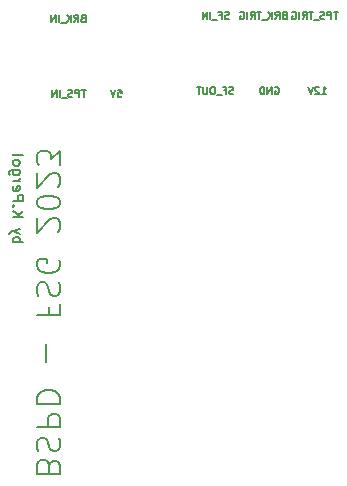
<source format=gbr>
%TF.GenerationSoftware,KiCad,Pcbnew,(6.0.8)*%
%TF.CreationDate,2023-03-20T22:14:44+01:00*%
%TF.ProjectId,BSPD-07,42535044-2d30-4372-9e6b-696361645f70,rev?*%
%TF.SameCoordinates,Original*%
%TF.FileFunction,Legend,Bot*%
%TF.FilePolarity,Positive*%
%FSLAX46Y46*%
G04 Gerber Fmt 4.6, Leading zero omitted, Abs format (unit mm)*
G04 Created by KiCad (PCBNEW (6.0.8)) date 2023-03-20 22:14:44*
%MOMM*%
%LPD*%
G01*
G04 APERTURE LIST*
%ADD10C,0.150000*%
G04 APERTURE END LIST*
D10*
X154757657Y-94470542D02*
X154671942Y-94499114D01*
X154643371Y-94527685D01*
X154614800Y-94584828D01*
X154614800Y-94670542D01*
X154643371Y-94727685D01*
X154671942Y-94756257D01*
X154729085Y-94784828D01*
X154957657Y-94784828D01*
X154957657Y-94184828D01*
X154757657Y-94184828D01*
X154700514Y-94213400D01*
X154671942Y-94241971D01*
X154643371Y-94299114D01*
X154643371Y-94356257D01*
X154671942Y-94413400D01*
X154700514Y-94441971D01*
X154757657Y-94470542D01*
X154957657Y-94470542D01*
X154014800Y-94784828D02*
X154214800Y-94499114D01*
X154357657Y-94784828D02*
X154357657Y-94184828D01*
X154129085Y-94184828D01*
X154071942Y-94213400D01*
X154043371Y-94241971D01*
X154014800Y-94299114D01*
X154014800Y-94384828D01*
X154043371Y-94441971D01*
X154071942Y-94470542D01*
X154129085Y-94499114D01*
X154357657Y-94499114D01*
X153757657Y-94784828D02*
X153757657Y-94184828D01*
X153414800Y-94784828D02*
X153671942Y-94441971D01*
X153414800Y-94184828D02*
X153757657Y-94527685D01*
X153300514Y-94841971D02*
X152843371Y-94841971D01*
X152700514Y-94784828D02*
X152700514Y-94184828D01*
X152414800Y-94784828D02*
X152414800Y-94184828D01*
X152071942Y-94784828D01*
X152071942Y-94184828D01*
X171781942Y-94216542D02*
X171696228Y-94245114D01*
X171667657Y-94273685D01*
X171639085Y-94330828D01*
X171639085Y-94416542D01*
X171667657Y-94473685D01*
X171696228Y-94502257D01*
X171753371Y-94530828D01*
X171981942Y-94530828D01*
X171981942Y-93930828D01*
X171781942Y-93930828D01*
X171724800Y-93959400D01*
X171696228Y-93987971D01*
X171667657Y-94045114D01*
X171667657Y-94102257D01*
X171696228Y-94159400D01*
X171724800Y-94187971D01*
X171781942Y-94216542D01*
X171981942Y-94216542D01*
X171039085Y-94530828D02*
X171239085Y-94245114D01*
X171381942Y-94530828D02*
X171381942Y-93930828D01*
X171153371Y-93930828D01*
X171096228Y-93959400D01*
X171067657Y-93987971D01*
X171039085Y-94045114D01*
X171039085Y-94130828D01*
X171067657Y-94187971D01*
X171096228Y-94216542D01*
X171153371Y-94245114D01*
X171381942Y-94245114D01*
X170781942Y-94530828D02*
X170781942Y-93930828D01*
X170439085Y-94530828D02*
X170696228Y-94187971D01*
X170439085Y-93930828D02*
X170781942Y-94273685D01*
X170324800Y-94587971D02*
X169867657Y-94587971D01*
X169810514Y-93930828D02*
X169467657Y-93930828D01*
X169639085Y-94530828D02*
X169639085Y-93930828D01*
X168924800Y-94530828D02*
X169124800Y-94245114D01*
X169267657Y-94530828D02*
X169267657Y-93930828D01*
X169039085Y-93930828D01*
X168981942Y-93959400D01*
X168953371Y-93987971D01*
X168924800Y-94045114D01*
X168924800Y-94130828D01*
X168953371Y-94187971D01*
X168981942Y-94216542D01*
X169039085Y-94245114D01*
X169267657Y-94245114D01*
X168667657Y-94530828D02*
X168667657Y-93930828D01*
X168067657Y-93959400D02*
X168124800Y-93930828D01*
X168210514Y-93930828D01*
X168296228Y-93959400D01*
X168353371Y-94016542D01*
X168381942Y-94073685D01*
X168410514Y-94187971D01*
X168410514Y-94273685D01*
X168381942Y-94387971D01*
X168353371Y-94445114D01*
X168296228Y-94502257D01*
X168210514Y-94530828D01*
X168153371Y-94530828D01*
X168067657Y-94502257D01*
X168039085Y-94473685D01*
X168039085Y-94273685D01*
X168153371Y-94273685D01*
X148789657Y-113460542D02*
X149689657Y-113460542D01*
X149346800Y-113460542D02*
X149389657Y-113374828D01*
X149389657Y-113203400D01*
X149346800Y-113117685D01*
X149303942Y-113074828D01*
X149218228Y-113031971D01*
X148961085Y-113031971D01*
X148875371Y-113074828D01*
X148832514Y-113117685D01*
X148789657Y-113203400D01*
X148789657Y-113374828D01*
X148832514Y-113460542D01*
X149389657Y-112731971D02*
X148789657Y-112517685D01*
X149389657Y-112303400D02*
X148789657Y-112517685D01*
X148575371Y-112603400D01*
X148532514Y-112646257D01*
X148489657Y-112731971D01*
X148789657Y-111274828D02*
X149689657Y-111274828D01*
X148789657Y-110760542D02*
X149303942Y-111146257D01*
X149689657Y-110760542D02*
X149175371Y-111274828D01*
X148875371Y-110374828D02*
X148832514Y-110331971D01*
X148789657Y-110374828D01*
X148832514Y-110417685D01*
X148875371Y-110374828D01*
X148789657Y-110374828D01*
X148789657Y-109946257D02*
X149689657Y-109946257D01*
X149689657Y-109603400D01*
X149646800Y-109517685D01*
X149603942Y-109474828D01*
X149518228Y-109431971D01*
X149389657Y-109431971D01*
X149303942Y-109474828D01*
X149261085Y-109517685D01*
X149218228Y-109603400D01*
X149218228Y-109946257D01*
X148832514Y-108703400D02*
X148789657Y-108789114D01*
X148789657Y-108960542D01*
X148832514Y-109046257D01*
X148918228Y-109089114D01*
X149261085Y-109089114D01*
X149346800Y-109046257D01*
X149389657Y-108960542D01*
X149389657Y-108789114D01*
X149346800Y-108703400D01*
X149261085Y-108660542D01*
X149175371Y-108660542D01*
X149089657Y-109089114D01*
X148789657Y-108274828D02*
X149389657Y-108274828D01*
X149218228Y-108274828D02*
X149303942Y-108231971D01*
X149346800Y-108189114D01*
X149389657Y-108103400D01*
X149389657Y-108017685D01*
X149389657Y-107331971D02*
X148661085Y-107331971D01*
X148575371Y-107374828D01*
X148532514Y-107417685D01*
X148489657Y-107503400D01*
X148489657Y-107631971D01*
X148532514Y-107717685D01*
X148832514Y-107331971D02*
X148789657Y-107417685D01*
X148789657Y-107589114D01*
X148832514Y-107674828D01*
X148875371Y-107717685D01*
X148961085Y-107760542D01*
X149218228Y-107760542D01*
X149303942Y-107717685D01*
X149346800Y-107674828D01*
X149389657Y-107589114D01*
X149389657Y-107417685D01*
X149346800Y-107331971D01*
X148789657Y-106774828D02*
X148832514Y-106860542D01*
X148875371Y-106903400D01*
X148961085Y-106946257D01*
X149218228Y-106946257D01*
X149303942Y-106903400D01*
X149346800Y-106860542D01*
X149389657Y-106774828D01*
X149389657Y-106646257D01*
X149346800Y-106560542D01*
X149303942Y-106517685D01*
X149218228Y-106474828D01*
X148961085Y-106474828D01*
X148875371Y-106517685D01*
X148832514Y-106560542D01*
X148789657Y-106646257D01*
X148789657Y-106774828D01*
X148789657Y-105960542D02*
X148832514Y-106046257D01*
X148918228Y-106089114D01*
X149689657Y-106089114D01*
X174968228Y-100880828D02*
X175311085Y-100880828D01*
X175139657Y-100880828D02*
X175139657Y-100280828D01*
X175196800Y-100366542D01*
X175253942Y-100423685D01*
X175311085Y-100452257D01*
X174739657Y-100337971D02*
X174711085Y-100309400D01*
X174653942Y-100280828D01*
X174511085Y-100280828D01*
X174453942Y-100309400D01*
X174425371Y-100337971D01*
X174396800Y-100395114D01*
X174396800Y-100452257D01*
X174425371Y-100537971D01*
X174768228Y-100880828D01*
X174396800Y-100880828D01*
X174225371Y-100280828D02*
X174025371Y-100880828D01*
X173825371Y-100280828D01*
X154957657Y-100534828D02*
X154614800Y-100534828D01*
X154786228Y-101134828D02*
X154786228Y-100534828D01*
X154414800Y-101134828D02*
X154414800Y-100534828D01*
X154186228Y-100534828D01*
X154129085Y-100563400D01*
X154100514Y-100591971D01*
X154071942Y-100649114D01*
X154071942Y-100734828D01*
X154100514Y-100791971D01*
X154129085Y-100820542D01*
X154186228Y-100849114D01*
X154414800Y-100849114D01*
X153843371Y-101106257D02*
X153757657Y-101134828D01*
X153614800Y-101134828D01*
X153557657Y-101106257D01*
X153529085Y-101077685D01*
X153500514Y-101020542D01*
X153500514Y-100963400D01*
X153529085Y-100906257D01*
X153557657Y-100877685D01*
X153614800Y-100849114D01*
X153729085Y-100820542D01*
X153786228Y-100791971D01*
X153814800Y-100763400D01*
X153843371Y-100706257D01*
X153843371Y-100649114D01*
X153814800Y-100591971D01*
X153786228Y-100563400D01*
X153729085Y-100534828D01*
X153586228Y-100534828D01*
X153500514Y-100563400D01*
X153386228Y-101191971D02*
X152929085Y-101191971D01*
X152786228Y-101134828D02*
X152786228Y-100534828D01*
X152500514Y-101134828D02*
X152500514Y-100534828D01*
X152157657Y-101134828D01*
X152157657Y-100534828D01*
X167475085Y-100852257D02*
X167389371Y-100880828D01*
X167246514Y-100880828D01*
X167189371Y-100852257D01*
X167160800Y-100823685D01*
X167132228Y-100766542D01*
X167132228Y-100709400D01*
X167160800Y-100652257D01*
X167189371Y-100623685D01*
X167246514Y-100595114D01*
X167360800Y-100566542D01*
X167417942Y-100537971D01*
X167446514Y-100509400D01*
X167475085Y-100452257D01*
X167475085Y-100395114D01*
X167446514Y-100337971D01*
X167417942Y-100309400D01*
X167360800Y-100280828D01*
X167217942Y-100280828D01*
X167132228Y-100309400D01*
X166675085Y-100566542D02*
X166875085Y-100566542D01*
X166875085Y-100880828D02*
X166875085Y-100280828D01*
X166589371Y-100280828D01*
X166503657Y-100937971D02*
X166046514Y-100937971D01*
X165789371Y-100280828D02*
X165675085Y-100280828D01*
X165617942Y-100309400D01*
X165560800Y-100366542D01*
X165532228Y-100480828D01*
X165532228Y-100680828D01*
X165560800Y-100795114D01*
X165617942Y-100852257D01*
X165675085Y-100880828D01*
X165789371Y-100880828D01*
X165846514Y-100852257D01*
X165903657Y-100795114D01*
X165932228Y-100680828D01*
X165932228Y-100480828D01*
X165903657Y-100366542D01*
X165846514Y-100309400D01*
X165789371Y-100280828D01*
X165275085Y-100280828D02*
X165275085Y-100766542D01*
X165246514Y-100823685D01*
X165217942Y-100852257D01*
X165160800Y-100880828D01*
X165046514Y-100880828D01*
X164989371Y-100852257D01*
X164960800Y-100823685D01*
X164932228Y-100766542D01*
X164932228Y-100280828D01*
X164732228Y-100280828D02*
X164389371Y-100280828D01*
X164560800Y-100880828D02*
X164560800Y-100280828D01*
X151879657Y-132357780D02*
X151784419Y-132072066D01*
X151689180Y-131976828D01*
X151498704Y-131881590D01*
X151212990Y-131881590D01*
X151022514Y-131976828D01*
X150927276Y-132072066D01*
X150832038Y-132262542D01*
X150832038Y-133024447D01*
X152832038Y-133024447D01*
X152832038Y-132357780D01*
X152736800Y-132167304D01*
X152641561Y-132072066D01*
X152451085Y-131976828D01*
X152260609Y-131976828D01*
X152070133Y-132072066D01*
X151974895Y-132167304D01*
X151879657Y-132357780D01*
X151879657Y-133024447D01*
X150927276Y-131119685D02*
X150832038Y-130833971D01*
X150832038Y-130357780D01*
X150927276Y-130167304D01*
X151022514Y-130072066D01*
X151212990Y-129976828D01*
X151403466Y-129976828D01*
X151593942Y-130072066D01*
X151689180Y-130167304D01*
X151784419Y-130357780D01*
X151879657Y-130738733D01*
X151974895Y-130929209D01*
X152070133Y-131024447D01*
X152260609Y-131119685D01*
X152451085Y-131119685D01*
X152641561Y-131024447D01*
X152736800Y-130929209D01*
X152832038Y-130738733D01*
X152832038Y-130262542D01*
X152736800Y-129976828D01*
X150832038Y-129119685D02*
X152832038Y-129119685D01*
X152832038Y-128357780D01*
X152736800Y-128167304D01*
X152641561Y-128072066D01*
X152451085Y-127976828D01*
X152165371Y-127976828D01*
X151974895Y-128072066D01*
X151879657Y-128167304D01*
X151784419Y-128357780D01*
X151784419Y-129119685D01*
X150832038Y-127119685D02*
X152832038Y-127119685D01*
X152832038Y-126643495D01*
X152736800Y-126357780D01*
X152546323Y-126167304D01*
X152355847Y-126072066D01*
X151974895Y-125976828D01*
X151689180Y-125976828D01*
X151308228Y-126072066D01*
X151117752Y-126167304D01*
X150927276Y-126357780D01*
X150832038Y-126643495D01*
X150832038Y-127119685D01*
X151593942Y-123595876D02*
X151593942Y-122072066D01*
X151879657Y-118929209D02*
X151879657Y-119595876D01*
X150832038Y-119595876D02*
X152832038Y-119595876D01*
X152832038Y-118643495D01*
X150927276Y-117976828D02*
X150832038Y-117691114D01*
X150832038Y-117214923D01*
X150927276Y-117024447D01*
X151022514Y-116929209D01*
X151212990Y-116833971D01*
X151403466Y-116833971D01*
X151593942Y-116929209D01*
X151689180Y-117024447D01*
X151784419Y-117214923D01*
X151879657Y-117595876D01*
X151974895Y-117786352D01*
X152070133Y-117881590D01*
X152260609Y-117976828D01*
X152451085Y-117976828D01*
X152641561Y-117881590D01*
X152736800Y-117786352D01*
X152832038Y-117595876D01*
X152832038Y-117119685D01*
X152736800Y-116833971D01*
X152736800Y-114929209D02*
X152832038Y-115119685D01*
X152832038Y-115405400D01*
X152736800Y-115691114D01*
X152546323Y-115881590D01*
X152355847Y-115976828D01*
X151974895Y-116072066D01*
X151689180Y-116072066D01*
X151308228Y-115976828D01*
X151117752Y-115881590D01*
X150927276Y-115691114D01*
X150832038Y-115405400D01*
X150832038Y-115214923D01*
X150927276Y-114929209D01*
X151022514Y-114833971D01*
X151689180Y-114833971D01*
X151689180Y-115214923D01*
X152641561Y-112548257D02*
X152736800Y-112453019D01*
X152832038Y-112262542D01*
X152832038Y-111786352D01*
X152736800Y-111595876D01*
X152641561Y-111500638D01*
X152451085Y-111405400D01*
X152260609Y-111405400D01*
X151974895Y-111500638D01*
X150832038Y-112643495D01*
X150832038Y-111405400D01*
X152832038Y-110167304D02*
X152832038Y-109976828D01*
X152736800Y-109786352D01*
X152641561Y-109691114D01*
X152451085Y-109595876D01*
X152070133Y-109500638D01*
X151593942Y-109500638D01*
X151212990Y-109595876D01*
X151022514Y-109691114D01*
X150927276Y-109786352D01*
X150832038Y-109976828D01*
X150832038Y-110167304D01*
X150927276Y-110357780D01*
X151022514Y-110453019D01*
X151212990Y-110548257D01*
X151593942Y-110643495D01*
X152070133Y-110643495D01*
X152451085Y-110548257D01*
X152641561Y-110453019D01*
X152736800Y-110357780D01*
X152832038Y-110167304D01*
X152641561Y-108738733D02*
X152736800Y-108643495D01*
X152832038Y-108453019D01*
X152832038Y-107976828D01*
X152736800Y-107786352D01*
X152641561Y-107691114D01*
X152451085Y-107595876D01*
X152260609Y-107595876D01*
X151974895Y-107691114D01*
X150832038Y-108833971D01*
X150832038Y-107595876D01*
X152832038Y-106929209D02*
X152832038Y-105691114D01*
X152070133Y-106357780D01*
X152070133Y-106072066D01*
X151974895Y-105881590D01*
X151879657Y-105786352D01*
X151689180Y-105691114D01*
X151212990Y-105691114D01*
X151022514Y-105786352D01*
X150927276Y-105881590D01*
X150832038Y-106072066D01*
X150832038Y-106643495D01*
X150927276Y-106833971D01*
X151022514Y-106929209D01*
X167075085Y-94502257D02*
X166989371Y-94530828D01*
X166846514Y-94530828D01*
X166789371Y-94502257D01*
X166760800Y-94473685D01*
X166732228Y-94416542D01*
X166732228Y-94359400D01*
X166760800Y-94302257D01*
X166789371Y-94273685D01*
X166846514Y-94245114D01*
X166960800Y-94216542D01*
X167017942Y-94187971D01*
X167046514Y-94159400D01*
X167075085Y-94102257D01*
X167075085Y-94045114D01*
X167046514Y-93987971D01*
X167017942Y-93959400D01*
X166960800Y-93930828D01*
X166817942Y-93930828D01*
X166732228Y-93959400D01*
X166275085Y-94216542D02*
X166475085Y-94216542D01*
X166475085Y-94530828D02*
X166475085Y-93930828D01*
X166189371Y-93930828D01*
X166103657Y-94587971D02*
X165646514Y-94587971D01*
X165503657Y-94530828D02*
X165503657Y-93930828D01*
X165217942Y-94530828D02*
X165217942Y-93930828D01*
X164875085Y-94530828D01*
X164875085Y-93930828D01*
X176299942Y-93930828D02*
X175957085Y-93930828D01*
X176128514Y-94530828D02*
X176128514Y-93930828D01*
X175757085Y-94530828D02*
X175757085Y-93930828D01*
X175528514Y-93930828D01*
X175471371Y-93959400D01*
X175442800Y-93987971D01*
X175414228Y-94045114D01*
X175414228Y-94130828D01*
X175442800Y-94187971D01*
X175471371Y-94216542D01*
X175528514Y-94245114D01*
X175757085Y-94245114D01*
X175185657Y-94502257D02*
X175099942Y-94530828D01*
X174957085Y-94530828D01*
X174899942Y-94502257D01*
X174871371Y-94473685D01*
X174842800Y-94416542D01*
X174842800Y-94359400D01*
X174871371Y-94302257D01*
X174899942Y-94273685D01*
X174957085Y-94245114D01*
X175071371Y-94216542D01*
X175128514Y-94187971D01*
X175157085Y-94159400D01*
X175185657Y-94102257D01*
X175185657Y-94045114D01*
X175157085Y-93987971D01*
X175128514Y-93959400D01*
X175071371Y-93930828D01*
X174928514Y-93930828D01*
X174842800Y-93959400D01*
X174728514Y-94587971D02*
X174271371Y-94587971D01*
X174214228Y-93930828D02*
X173871371Y-93930828D01*
X174042800Y-94530828D02*
X174042800Y-93930828D01*
X173328514Y-94530828D02*
X173528514Y-94245114D01*
X173671371Y-94530828D02*
X173671371Y-93930828D01*
X173442800Y-93930828D01*
X173385657Y-93959400D01*
X173357085Y-93987971D01*
X173328514Y-94045114D01*
X173328514Y-94130828D01*
X173357085Y-94187971D01*
X173385657Y-94216542D01*
X173442800Y-94245114D01*
X173671371Y-94245114D01*
X173071371Y-94530828D02*
X173071371Y-93930828D01*
X172471371Y-93959400D02*
X172528514Y-93930828D01*
X172614228Y-93930828D01*
X172699942Y-93959400D01*
X172757085Y-94016542D01*
X172785657Y-94073685D01*
X172814228Y-94187971D01*
X172814228Y-94273685D01*
X172785657Y-94387971D01*
X172757085Y-94445114D01*
X172699942Y-94502257D01*
X172614228Y-94530828D01*
X172557085Y-94530828D01*
X172471371Y-94502257D01*
X172442800Y-94473685D01*
X172442800Y-94273685D01*
X172557085Y-94273685D01*
X157693085Y-100534828D02*
X157978800Y-100534828D01*
X158007371Y-100820542D01*
X157978800Y-100791971D01*
X157921657Y-100763400D01*
X157778800Y-100763400D01*
X157721657Y-100791971D01*
X157693085Y-100820542D01*
X157664514Y-100877685D01*
X157664514Y-101020542D01*
X157693085Y-101077685D01*
X157721657Y-101106257D01*
X157778800Y-101134828D01*
X157921657Y-101134828D01*
X157978800Y-101106257D01*
X158007371Y-101077685D01*
X157493085Y-100534828D02*
X157293085Y-101134828D01*
X157093085Y-100534828D01*
X170989942Y-100309400D02*
X171047085Y-100280828D01*
X171132800Y-100280828D01*
X171218514Y-100309400D01*
X171275657Y-100366542D01*
X171304228Y-100423685D01*
X171332800Y-100537971D01*
X171332800Y-100623685D01*
X171304228Y-100737971D01*
X171275657Y-100795114D01*
X171218514Y-100852257D01*
X171132800Y-100880828D01*
X171075657Y-100880828D01*
X170989942Y-100852257D01*
X170961371Y-100823685D01*
X170961371Y-100623685D01*
X171075657Y-100623685D01*
X170704228Y-100880828D02*
X170704228Y-100280828D01*
X170361371Y-100880828D01*
X170361371Y-100280828D01*
X170075657Y-100880828D02*
X170075657Y-100280828D01*
X169932800Y-100280828D01*
X169847085Y-100309400D01*
X169789942Y-100366542D01*
X169761371Y-100423685D01*
X169732800Y-100537971D01*
X169732800Y-100623685D01*
X169761371Y-100737971D01*
X169789942Y-100795114D01*
X169847085Y-100852257D01*
X169932800Y-100880828D01*
X170075657Y-100880828D01*
M02*

</source>
